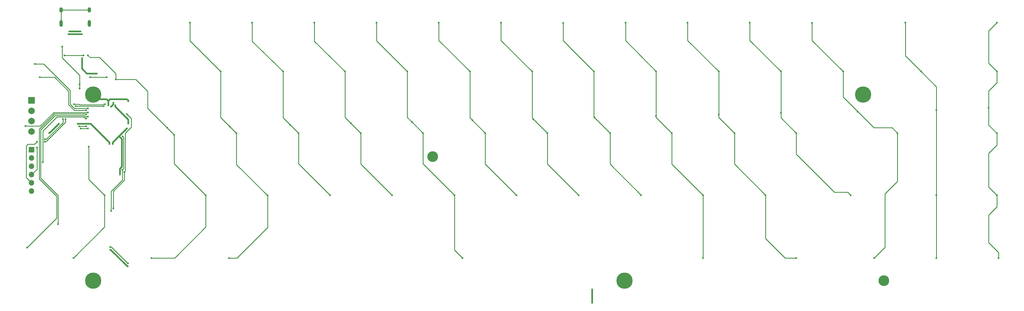
<source format=gbr>
%TF.GenerationSoftware,KiCad,Pcbnew,(5.99.0-2809-gaceed2b0a4)*%
%TF.CreationDate,2020-09-01T01:10:01-04:00*%
%TF.ProjectId,athene-pcb-f072,61746865-6e65-42d7-9063-622d66303732,rev?*%
%TF.SameCoordinates,Original*%
%TF.FileFunction,Copper,L1,Top*%
%TF.FilePolarity,Positive*%
%FSLAX46Y46*%
G04 Gerber Fmt 4.6, Leading zero omitted, Abs format (unit mm)*
G04 Created by KiCad (PCBNEW (5.99.0-2809-gaceed2b0a4)) date 2020-09-01 01:10:01*
%MOMM*%
%LPD*%
G01*
G04 APERTURE LIST*
%TA.AperFunction,ComponentPad*%
%ADD10C,5.000000*%
%TD*%
%TA.AperFunction,ComponentPad*%
%ADD11C,3.300000*%
%TD*%
%TA.AperFunction,ComponentPad*%
%ADD12R,1.700000X1.700000*%
%TD*%
%TA.AperFunction,ComponentPad*%
%ADD13O,1.700000X1.700000*%
%TD*%
%TA.AperFunction,ComponentPad*%
%ADD14O,1.000000X2.100000*%
%TD*%
%TA.AperFunction,ComponentPad*%
%ADD15O,1.000000X1.600000*%
%TD*%
%TA.AperFunction,ComponentPad*%
%ADD16R,1.998980X1.998980*%
%TD*%
%TA.AperFunction,ComponentPad*%
%ADD17C,1.998980*%
%TD*%
%TA.AperFunction,ViaPad*%
%ADD18C,0.600000*%
%TD*%
%TA.AperFunction,Conductor*%
%ADD19C,0.500000*%
%TD*%
%TA.AperFunction,Conductor*%
%ADD20C,0.250000*%
%TD*%
G04 APERTURE END LIST*
D10*
%TO.P,H4,1,1*%
%TO.N,GND*%
X203200000Y-101600000D03*
%TD*%
D11*
%TO.P,H5,1,1*%
%TO.N,GND*%
X282575000Y-101600000D03*
%TD*%
%TO.P,H3,1,1*%
%TO.N,GND*%
X144462500Y-63500000D03*
%TD*%
D10*
%TO.P,H2,1,1*%
%TO.N,GND*%
X40481250Y-101600000D03*
%TD*%
%TO.P,H1,1,1*%
%TO.N,GND*%
X40481250Y-44450000D03*
%TD*%
D12*
%TO.P,J3,1,Pin_1*%
%TO.N,GND*%
X21590000Y-61366400D03*
D13*
%TO.P,J3,2,Pin_2*%
%TO.N,NRST*%
X21590000Y-63906400D03*
%TO.P,J3,3,Pin_3*%
%TO.N,BOOT0*%
X21590000Y-66446400D03*
%TO.P,J3,4,Pin_4*%
%TO.N,SWDIO*%
X21590000Y-68986400D03*
%TO.P,J3,5,Pin_5*%
%TO.N,SWCLK*%
X21590000Y-71526400D03*
%TO.P,J3,6,Pin_6*%
%TO.N,+3V3*%
X21590000Y-74066400D03*
%TD*%
D10*
%TO.P,H6,1,1*%
%TO.N,GND*%
X276225000Y-44454000D03*
%TD*%
D14*
%TO.P,J1,13,SHIELD*%
%TO.N,Net-(C10-Pad1)*%
X30605000Y-22592500D03*
D15*
X39245000Y-18412500D03*
X30605000Y-18412500D03*
D14*
X39245000Y-22592500D03*
%TD*%
D16*
%TO.P,J2,1,Pin_1*%
%TO.N,GND*%
X21590000Y-46228000D03*
D17*
%TO.P,J2,2,Pin_2*%
%TO.N,I2C2_SDA*%
X21590000Y-49403000D03*
%TO.P,J2,3,Pin_3*%
%TO.N,I2C2_SCL*%
X21590000Y-52578000D03*
%TO.P,J2,4,Pin_4*%
%TO.N,+3V3*%
X21590000Y-55753000D03*
%TD*%
D18*
%TO.N,GND*%
X45085000Y-47752000D03*
X41554400Y-37998400D03*
X36982400Y-25908000D03*
X37033200Y-33223200D03*
X193294000Y-104292400D03*
X39243000Y-37973000D03*
X45085000Y-46355000D03*
X193294000Y-108305600D03*
X32893000Y-25908000D03*
X51181000Y-46482000D03*
%TO.N,NRST*%
X49530000Y-57277000D03*
X45974000Y-80162400D03*
X49403000Y-67513200D03*
%TO.N,ROW0*%
X37465000Y-32385000D03*
X38862000Y-48641000D03*
X31623000Y-32385000D03*
X22606000Y-35052000D03*
%TO.N,ROW1*%
X38354000Y-49276000D03*
X44577000Y-39116000D03*
X39497000Y-39116000D03*
X24130000Y-39116000D03*
%TO.N,ROW2*%
X38354000Y-51816000D03*
X25019000Y-65151000D03*
%TO.N,ROW4*%
X38354000Y-50546000D03*
X20193000Y-91440000D03*
%TO.N,BOOT0*%
X50038000Y-68199000D03*
X46599000Y-79349600D03*
X50800000Y-50419000D03*
%TO.N,COL0*%
X39116000Y-60452000D03*
X34417000Y-94615000D03*
X36322000Y-41275000D03*
X43942000Y-75311000D03*
X36322000Y-42545000D03*
X30988000Y-29718000D03*
%TO.N,COL1*%
X74930000Y-75311000D03*
X47371000Y-39751000D03*
X58293000Y-94615000D03*
X63119000Y-54610000D03*
X65278000Y-56769000D03*
X38862000Y-32385000D03*
%TO.N,COL2*%
X84322500Y-56261000D03*
X93853000Y-75438000D03*
X82042000Y-94615000D03*
X82296000Y-54229000D03*
X79502000Y-37338000D03*
X70104000Y-22352000D03*
%TO.N,COL3*%
X113030000Y-75311000D03*
X103378000Y-56261000D03*
X98614000Y-37338000D03*
X100838000Y-53721000D03*
X89154000Y-22352000D03*
%TO.N,COL4*%
X122428000Y-56261000D03*
X131953000Y-75311000D03*
X108204000Y-22352000D03*
X117602000Y-37338000D03*
X119380000Y-53213000D03*
%TO.N,COL5*%
X141478000Y-56261000D03*
X151130000Y-75311000D03*
X153543000Y-94615000D03*
X127254000Y-22352000D03*
X136652000Y-37338000D03*
X138049000Y-52832000D03*
%TO.N,COL6*%
X160528000Y-56261000D03*
X146304000Y-22352000D03*
X155829000Y-37338000D03*
X170053000Y-75311000D03*
X156591000Y-52324000D03*
%TO.N,COL7*%
X174879000Y-37338000D03*
X165354000Y-22352000D03*
X175260000Y-51943000D03*
X179578000Y-56261000D03*
X189103000Y-75311000D03*
%TO.N,COL8*%
X198755000Y-56261000D03*
X184384000Y-22400000D03*
X193929000Y-51435000D03*
X193802000Y-37338000D03*
X208280000Y-75311000D03*
%TO.N,COL9*%
X212852000Y-51054000D03*
X217678000Y-56261000D03*
X212852000Y-37338000D03*
X227203000Y-94615000D03*
X203484000Y-22352000D03*
X227203000Y-75311000D03*
%TO.N,COL10*%
X255778000Y-94615000D03*
X232029000Y-37338000D03*
X232029000Y-50546000D03*
X222504000Y-22300000D03*
X236855000Y-56261000D03*
X246380000Y-75311000D03*
%TO.N,COL11*%
X272415000Y-75311000D03*
X255778000Y-56261000D03*
X251079000Y-50038000D03*
X241554000Y-22352000D03*
X251079000Y-37338000D03*
%TO.N,COL12*%
X286766000Y-56261000D03*
X279654000Y-94615000D03*
X270129000Y-37338000D03*
X260604000Y-22400000D03*
X274574000Y-49657000D03*
%TO.N,COL13*%
X298704000Y-49149000D03*
X298704000Y-75311000D03*
X298704000Y-94615000D03*
X289184000Y-22352000D03*
X294005000Y-37338000D03*
%TO.N,COL14*%
X317246000Y-75311000D03*
X314700998Y-48508998D03*
X317754000Y-94615000D03*
X317246000Y-22352000D03*
X317246000Y-56261000D03*
X317246000Y-37338000D03*
%TO.N,I2C2_SCL*%
X38862000Y-54813200D03*
X36677600Y-54813200D03*
%TO.N,I2C2_SDA*%
X36220400Y-54152800D03*
X38354000Y-54152800D03*
%TO.N,SWCLK*%
X25656798Y-58128100D03*
X44094400Y-47345600D03*
X23241000Y-58928000D03*
X34645600Y-47345600D03*
X31191200Y-51917600D03*
%TO.N,SWDIO*%
X43637200Y-48006000D03*
X32004000Y-51917600D03*
X25644000Y-58928000D03*
X23241000Y-60706000D03*
X35102800Y-48006000D03*
%TO.N,ROW3*%
X38862000Y-51181000D03*
X29718000Y-84201000D03*
%TO.N,RGB*%
X45720000Y-91236800D03*
X51076331Y-96215200D03*
X19685000Y-54102000D03*
X38862000Y-49911000D03*
%TO.N,VBUS*%
X33147000Y-25019000D03*
X36576000Y-25019000D03*
%TO.N,+5V*%
X45720000Y-92049600D03*
X51054000Y-97155000D03*
%TO.N,+3V3*%
X27025600Y-56184800D03*
X48641000Y-68986400D03*
X50800000Y-54864000D03*
X48437800Y-57226200D03*
X45466000Y-59563000D03*
X51206400Y-53289200D03*
X47224001Y-47752000D03*
X46482000Y-59563000D03*
X39725600Y-53390800D03*
X45974000Y-48133000D03*
X46609000Y-46939200D03*
X35712400Y-53390800D03*
X29921200Y-53390800D03*
%TD*%
D19*
%TO.N,GND*%
X41878250Y-45847000D02*
X40481250Y-44450000D01*
X38531800Y-37973000D02*
X39243000Y-37973000D01*
X39268400Y-37998400D02*
X39243000Y-37973000D01*
X41554400Y-37998400D02*
X39268400Y-37998400D01*
X193294000Y-108305600D02*
X193294000Y-104292400D01*
X37033200Y-36474400D02*
X38531800Y-37973000D01*
X45593000Y-45847000D02*
X50800000Y-45847000D01*
X45085000Y-46355000D02*
X45593000Y-45847000D01*
X36975921Y-25908000D02*
X32893000Y-25908000D01*
X51181000Y-46228000D02*
X51181000Y-46482000D01*
X45085000Y-47498000D02*
X45085000Y-46355000D01*
X45085000Y-46355000D02*
X44577000Y-45847000D01*
X45085000Y-47752000D02*
X45085000Y-47498000D01*
X50800000Y-45847000D02*
X51181000Y-46228000D01*
X37033200Y-33223200D02*
X37033200Y-36474400D01*
X44577000Y-45847000D02*
X41878250Y-45847000D01*
X36982400Y-25908000D02*
X36975921Y-25908000D01*
D20*
%TO.N,Net-(C10-Pad1)*%
X30605000Y-19049500D02*
X30605000Y-22592500D01*
X39245000Y-18412500D02*
X31242000Y-18415000D01*
X31242000Y-18412500D02*
X30605000Y-19049500D01*
%TO.N,NRST*%
X45974000Y-74107190D02*
X49403000Y-70678190D01*
X49403000Y-70678190D02*
X49403000Y-67513200D01*
X49530000Y-57277000D02*
X49791190Y-57538190D01*
X49791190Y-57538190D02*
X49791190Y-67125010D01*
X45974000Y-80162400D02*
X45974000Y-74107190D01*
X49791190Y-67125010D02*
X49403000Y-67513200D01*
%TO.N,ROW0*%
X31623000Y-32385000D02*
X37465000Y-32385000D01*
X33401000Y-47372410D02*
X33401000Y-43180000D01*
X38862000Y-48641000D02*
X34669590Y-48641000D01*
X33401000Y-43180000D02*
X25273000Y-35052000D01*
X34669590Y-48641000D02*
X33401000Y-47372410D01*
X25273000Y-35052000D02*
X22606000Y-35052000D01*
%TO.N,ROW1*%
X44577000Y-39116000D02*
X39497000Y-39116000D01*
X32950990Y-43366400D02*
X28700590Y-39116000D01*
X32950990Y-47558810D02*
X32950990Y-43366400D01*
X28700590Y-39116000D02*
X24130000Y-39116000D01*
X38354000Y-49276000D02*
X34668180Y-49276000D01*
X34668180Y-49276000D02*
X32950990Y-47558810D01*
%TO.N,ROW2*%
X38354000Y-51816000D02*
X38097569Y-51816000D01*
X25019000Y-55559799D02*
X25019000Y-65151000D01*
X38097569Y-51816000D02*
X37542599Y-51261030D01*
X37542599Y-51261030D02*
X29317769Y-51261030D01*
X29317769Y-51261030D02*
X25019000Y-55559799D01*
%TO.N,ROW4*%
X38354000Y-50546000D02*
X38169010Y-50361010D01*
X29267990Y-82365010D02*
X20193000Y-91440000D01*
X29267990Y-75622990D02*
X29267990Y-82365010D01*
X23933991Y-55036019D02*
X23933991Y-70288991D01*
X28609000Y-50361010D02*
X23933991Y-55036019D01*
X23933991Y-70288991D02*
X29267990Y-75622990D01*
X38169010Y-50361010D02*
X28609000Y-50361010D01*
%TO.N,BOOT0*%
X50241200Y-67995800D02*
X50038000Y-68199000D01*
X46599000Y-74118600D02*
X50038000Y-70679600D01*
X50038000Y-70679600D02*
X50038000Y-68199000D01*
X50800000Y-50419000D02*
X52137010Y-51756010D01*
X46599000Y-79349600D02*
X46599000Y-74118600D01*
X52137010Y-51756010D02*
X52137010Y-54415990D01*
X50241200Y-56311800D02*
X50241200Y-67995800D01*
X52137010Y-54415990D02*
X50241200Y-56311800D01*
%TO.N,COL0*%
X39100000Y-70469000D02*
X43942000Y-75311000D01*
X36322000Y-41275000D02*
X36322000Y-38481000D01*
X36322000Y-38481000D02*
X30988000Y-33147000D01*
X34417000Y-94615000D02*
X43942000Y-85090000D01*
X36322000Y-41275000D02*
X36322000Y-42545000D01*
X43942000Y-85090000D02*
X43942000Y-75311000D01*
X39116000Y-60452000D02*
X39100000Y-70469000D01*
X30988000Y-33147000D02*
X30988000Y-29718000D01*
%TO.N,COL1*%
X57150000Y-48641000D02*
X65278000Y-56769000D01*
X74930000Y-85090000D02*
X74930000Y-75311000D01*
X65278000Y-56769000D02*
X65278000Y-65659000D01*
X47371000Y-39751000D02*
X53467000Y-39751000D01*
X74914000Y-75300000D02*
X74930000Y-75311000D01*
X39497000Y-33020000D02*
X38862000Y-32385000D01*
X57150000Y-43434000D02*
X57150000Y-48641000D01*
X65278000Y-65659000D02*
X74930000Y-75311000D01*
X42418000Y-33020000D02*
X39497000Y-33020000D01*
X65405000Y-94615000D02*
X74930000Y-85090000D01*
X53467000Y-39751000D02*
X57150000Y-43434000D01*
X58293000Y-94615000D02*
X65405000Y-94615000D01*
X47371000Y-39751000D02*
X47371000Y-37973000D01*
X47371000Y-37973000D02*
X42418000Y-33020000D01*
%TO.N,COL2*%
X82042000Y-94615000D02*
X84455000Y-94615000D01*
X84455000Y-94615000D02*
X93853000Y-85217000D01*
X79502000Y-51430250D02*
X79502000Y-37338000D01*
X70104000Y-27940000D02*
X70104000Y-22352000D01*
X84322500Y-65907500D02*
X93853000Y-75438000D01*
X79502000Y-37338000D02*
X70104000Y-27940000D01*
X84328000Y-56261000D02*
X84328000Y-56256250D01*
X93853000Y-85217000D02*
X93853000Y-75438000D01*
X84328000Y-56256250D02*
X79502000Y-51430250D01*
X84322500Y-56261000D02*
X84322500Y-65907500D01*
%TO.N,COL3*%
X89154000Y-28067000D02*
X89154000Y-22352000D01*
X98614000Y-37338000D02*
X98587000Y-37338000D01*
X113030000Y-75311000D02*
X103378000Y-65659000D01*
X100838000Y-53721000D02*
X98614000Y-51497000D01*
X98614000Y-51497000D02*
X98614000Y-37338000D01*
X103378000Y-56261000D02*
X100838000Y-53721000D01*
X103378000Y-65659000D02*
X103378000Y-56261000D01*
X98587000Y-37338000D02*
X89154000Y-28067000D01*
%TO.N,COL4*%
X122428000Y-65786000D02*
X122428000Y-56261000D01*
X117602000Y-37338000D02*
X108204000Y-28067000D01*
X131953000Y-75311000D02*
X122428000Y-65786000D01*
X108204000Y-28067000D02*
X108204000Y-22352000D01*
X122428000Y-56261000D02*
X119380000Y-53213000D01*
X117602000Y-51435000D02*
X117602000Y-37338000D01*
X119380000Y-53213000D02*
X117602000Y-51435000D01*
%TO.N,COL5*%
X136652000Y-51435000D02*
X136652000Y-37338000D01*
X151130000Y-75311000D02*
X141478000Y-65659000D01*
X151130000Y-92202000D02*
X151130000Y-75311000D01*
X127254000Y-27940000D02*
X127254000Y-22352000D01*
X141478000Y-65659000D02*
X141478000Y-56261000D01*
X151130000Y-75311000D02*
X151130000Y-79223498D01*
X138049000Y-52832000D02*
X136652000Y-51435000D01*
X141478000Y-56261000D02*
X138049000Y-52832000D01*
X153543000Y-94615000D02*
X151130000Y-92202000D01*
X136652000Y-37338000D02*
X127254000Y-27940000D01*
%TO.N,COL6*%
X155829000Y-37338000D02*
X146304000Y-27813000D01*
X146304000Y-27813000D02*
X146304000Y-22352000D01*
X155829000Y-51562000D02*
X155829000Y-42050000D01*
X160528000Y-56261000D02*
X155829000Y-51562000D01*
X170053000Y-75311000D02*
X160528000Y-65786000D01*
X155829000Y-37338000D02*
X155829000Y-42037000D01*
X160528000Y-65786000D02*
X160528000Y-56261000D01*
%TO.N,COL7*%
X175260000Y-51943000D02*
X174879000Y-51562000D01*
X179578000Y-65786000D02*
X179578000Y-56261000D01*
X174879000Y-51562000D02*
X174879000Y-37338000D01*
X179578000Y-56261000D02*
X175260000Y-51943000D01*
X189103000Y-75311000D02*
X179578000Y-65786000D01*
X165354000Y-27813000D02*
X165354000Y-22352000D01*
X174879000Y-37338000D02*
X165354000Y-27813000D01*
%TO.N,COL8*%
X193802000Y-51308000D02*
X193802000Y-37338000D01*
X193929000Y-51435000D02*
X193802000Y-51308000D01*
X186254000Y-29700000D02*
X186254000Y-29790000D01*
X184404000Y-27820000D02*
X186284000Y-29700000D01*
X198755000Y-65786000D02*
X198755000Y-56261000D01*
X184404000Y-22420000D02*
X184404000Y-27820000D01*
X186254000Y-29790000D02*
X193802000Y-37338000D01*
X198755000Y-56261000D02*
X193929000Y-51435000D01*
X208280000Y-75311000D02*
X198755000Y-65786000D01*
X184384000Y-22400000D02*
X184404000Y-22420000D01*
%TO.N,COL9*%
X227203000Y-75311000D02*
X217678000Y-65786000D01*
X217678000Y-65786000D02*
X217678000Y-56261000D01*
X212852000Y-51435000D02*
X212852000Y-37338000D01*
X203484000Y-27843000D02*
X203484000Y-22352000D01*
X217678000Y-56261000D02*
X212852000Y-51435000D01*
X212852000Y-37338000D02*
X203484000Y-27843000D01*
X227203000Y-87884000D02*
X227203000Y-94615000D01*
X227203000Y-75311000D02*
X227203000Y-87884000D01*
%TO.N,COL10*%
X222504000Y-22300000D02*
X222504000Y-27813000D01*
X246380000Y-75311000D02*
X246380000Y-88646000D01*
X236855000Y-65786000D02*
X236855000Y-56261000D01*
X232029000Y-51435000D02*
X236855000Y-56261000D01*
X232029000Y-50546000D02*
X232029000Y-51435000D01*
X232029000Y-50546000D02*
X232029000Y-37338000D01*
X246380000Y-88646000D02*
X252349000Y-94615000D01*
X252349000Y-94615000D02*
X255778000Y-94615000D01*
X222504000Y-27813000D02*
X232029000Y-37338000D01*
X246380000Y-75311000D02*
X236855000Y-65786000D01*
%TO.N,COL11*%
X272415000Y-75311000D02*
X271526000Y-74422000D01*
X251079000Y-50038000D02*
X251079000Y-37338000D01*
X255778000Y-62738000D02*
X255778000Y-56261000D01*
X251079000Y-37338000D02*
X241554000Y-27813000D01*
X267462000Y-74422000D02*
X255778000Y-62738000D01*
X251079000Y-51562000D02*
X255778000Y-56261000D01*
X271526000Y-74422000D02*
X267462000Y-74422000D01*
X241554000Y-27813000D02*
X241554000Y-22352000D01*
X251079000Y-50038000D02*
X251079000Y-51562000D01*
%TO.N,COL12*%
X286766000Y-56261000D02*
X285115000Y-54610000D01*
X282956000Y-74930000D02*
X286766000Y-71120000D01*
X285115000Y-54610000D02*
X279527000Y-54610000D01*
X279527000Y-54610000D02*
X270129000Y-45212000D01*
X260604000Y-27813000D02*
X260604000Y-22400000D01*
X282956000Y-91313000D02*
X282956000Y-74930000D01*
X270129000Y-37338000D02*
X260604000Y-27813000D01*
X279654000Y-94615000D02*
X282956000Y-91313000D01*
X286766000Y-71120000D02*
X286766000Y-56261000D01*
X270129000Y-45212000D02*
X270129000Y-37338000D01*
%TO.N,COL13*%
X298704000Y-88519000D02*
X298704000Y-94615000D01*
X298704000Y-42037000D02*
X294005000Y-37338000D01*
X294005000Y-37338000D02*
X289184000Y-32517000D01*
X298704000Y-75311000D02*
X298704000Y-49149000D01*
X298704000Y-49149000D02*
X298704000Y-42037000D01*
X298704000Y-75311000D02*
X298704000Y-88519000D01*
X289184000Y-32517000D02*
X289184000Y-22352000D01*
%TO.N,COL14*%
X314706000Y-43307000D02*
X317246000Y-40767000D01*
X317754000Y-92964000D02*
X314706000Y-89916000D01*
X314706000Y-81394000D02*
X317200000Y-78900000D01*
X314706000Y-34798000D02*
X314706000Y-24892000D01*
X317246000Y-40767000D02*
X317246000Y-37338000D01*
X314706000Y-72771000D02*
X314706000Y-62494000D01*
X317246000Y-59954000D02*
X317246000Y-56261000D01*
X317246000Y-37338000D02*
X314706000Y-34798000D01*
X317754000Y-94615000D02*
X317754000Y-92964000D01*
X314706000Y-62494000D02*
X317246000Y-59954000D01*
X317246000Y-75311000D02*
X314706000Y-72771000D01*
X314706000Y-24892000D02*
X317246000Y-22352000D01*
X317200000Y-78900000D02*
X317246000Y-75311000D01*
X314706000Y-89916000D02*
X314706000Y-81394000D01*
X317246000Y-56261000D02*
X314706000Y-53848000D01*
X314706000Y-53848000D02*
X314706000Y-43307000D01*
%TO.N,I2C2_SCL*%
X36677600Y-54813200D02*
X38862000Y-54813200D01*
%TO.N,I2C2_SDA*%
X36220400Y-54152800D02*
X38354000Y-54152800D01*
%TO.N,SWCLK*%
X31191200Y-51917600D02*
X31191200Y-53035200D01*
X19939000Y-60198000D02*
X19939000Y-69875400D01*
X22479000Y-59690000D02*
X20447000Y-59690000D01*
X20447000Y-59690000D02*
X19939000Y-60198000D01*
X19939000Y-69875400D02*
X21590000Y-71526400D01*
X26098300Y-58128100D02*
X25656798Y-58128100D01*
X36129402Y-47345600D02*
X36339792Y-47555990D01*
X36339792Y-47555990D02*
X43162208Y-47555990D01*
X23241000Y-58928000D02*
X22479000Y-59690000D01*
X31191200Y-53035200D02*
X26098300Y-58128100D01*
X43162208Y-47555990D02*
X43372598Y-47345600D01*
X34645600Y-47345600D02*
X36129402Y-47345600D01*
X43372598Y-47345600D02*
X44145200Y-47345600D01*
%TO.N,SWDIO*%
X23241000Y-67335400D02*
X21590000Y-68986400D01*
X35102800Y-48006000D02*
X43561000Y-48006000D01*
X32004000Y-52858810D02*
X25934810Y-58928000D01*
X25934810Y-58928000D02*
X25644000Y-58928000D01*
X32004000Y-51917600D02*
X32004000Y-52858810D01*
X23241000Y-60706000D02*
X23241000Y-67335400D01*
X43561000Y-48006000D02*
X43637200Y-48006000D01*
%TO.N,ROW3*%
X24384000Y-55222420D02*
X24384000Y-70102590D01*
X24384000Y-70102590D02*
X29718000Y-75436590D01*
X38098979Y-51181000D02*
X37728999Y-50811020D01*
X37728999Y-50811020D02*
X28795400Y-50811020D01*
X38862000Y-51181000D02*
X38098979Y-51181000D01*
X29718000Y-75436590D02*
X29718000Y-84201000D01*
X28795400Y-50811020D02*
X24384000Y-55222420D01*
%TO.N,RGB*%
X24231600Y-54102000D02*
X28422600Y-49911000D01*
X19685000Y-54102000D02*
X24231600Y-54102000D01*
X51054000Y-96215200D02*
X46075600Y-91236800D01*
X46075600Y-91236800D02*
X45720000Y-91236800D01*
X28422600Y-49911000D02*
X31470600Y-49911000D01*
X31470600Y-49911000D02*
X38862000Y-49911000D01*
X51076331Y-96215200D02*
X51054000Y-96215200D01*
D19*
%TO.N,VBUS*%
X33147000Y-25019000D02*
X36576000Y-25019000D01*
%TO.N,+5V*%
X45821600Y-92049600D02*
X50927000Y-97155000D01*
X45720000Y-92049600D02*
X45821600Y-92049600D01*
X50927000Y-97155000D02*
X51054000Y-97155000D01*
%TO.N,+3V3*%
X48437800Y-57248621D02*
X48437800Y-57226200D01*
X27127200Y-56184800D02*
X27025600Y-56184800D01*
X46482000Y-59563000D02*
X46482000Y-59182000D01*
X35712400Y-53390800D02*
X39725600Y-53390800D01*
X46609000Y-47498000D02*
X45974000Y-48133000D01*
X48641000Y-68986400D02*
X48641000Y-67165198D01*
X47224001Y-47752000D02*
X47224001Y-48138401D01*
X49216180Y-66590018D02*
X49216180Y-58027001D01*
X49216180Y-58027001D02*
X48437800Y-57248621D01*
X48641000Y-67165198D02*
X49216180Y-66590018D01*
X51206400Y-52120800D02*
X51206400Y-53289200D01*
X29921200Y-53390800D02*
X27127200Y-56184800D01*
X47224001Y-48138401D02*
X51206400Y-52120800D01*
X50800000Y-54864000D02*
X48437800Y-57226200D01*
X46609000Y-46939200D02*
X46609000Y-47498000D01*
X45466000Y-59182000D02*
X45466000Y-59563000D01*
X39725600Y-53390800D02*
X39674800Y-53390800D01*
X39674800Y-53390800D02*
X45466000Y-59182000D01*
X46482000Y-59182000D02*
X48437800Y-57226200D01*
%TD*%
M02*

</source>
